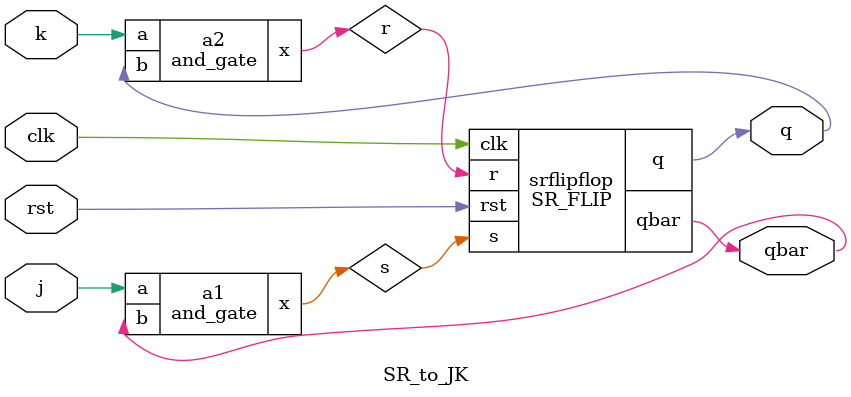
<source format=v>
module SR_FLIP(q,qbar,clk,rst,s,r);
               output reg q;
	           output  qbar;
	           input clk, rst;
	           input  s,r;
	           assign qbar = ~q;
     always @(posedge clk)
               begin
                   if (rst)
                   q <= 1'b0;
               
               else
                 case({s,r})
                   {1'b0,1'b0}: begin q <= q;end
                   {1'b0,1'b1}: begin q <= 0; end
                   {1'b1,1'b0}: begin q <= 1; end
                   {1'b1,1'b1}: begin q <= 1'bx;end
                endcase
        end
endmodule
module and_gate(x,a,b);
input a,b;
output x;
and(x,a,b);
endmodule

module SR_to_JK(q,qbar,clk,rst,j,k);
    output q;
	output  qbar;
    input j,k,clk,rst;
SR_FLIP srflipflop(q,qbar,clk,rst,s,r);
	and_gate a1(s,j,qbar);
	and_gate a2(r,k,q);
endmodule

</source>
